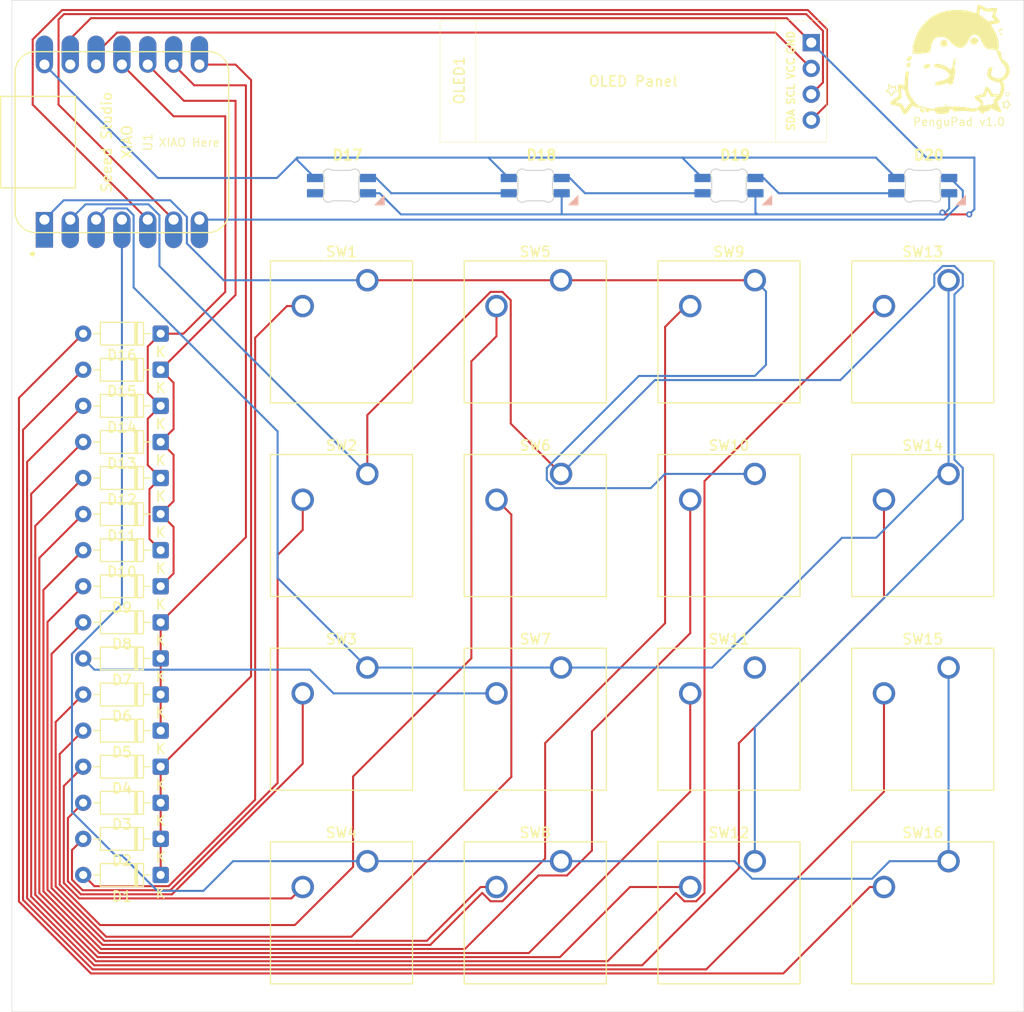
<source format=kicad_pcb>
(kicad_pcb (version 20241229) (generator "pcbnew") (generator_version "9.0")
  (layers (0 "F.Cu" jumper) (2 "B.Cu" signal) (13 "F.Paste" user) (15 "B.Paste" user) (5 "F.SilkS" user "F.Silkscreen") (7 "B.SilkS" user "B.Silkscreen") (1 "F.Mask" user) (3 "B.Mask" user) (25 "Edge.Cuts" user))
  (net 0 "")
  (net 1 "Net-(D1-A)")
  (net 2 "ROW01")
  (net 3 "Net-(D2-A)")
  (net 4 "Net-(D3-A)")
  (net 5 "Net-(D4-A)")
  (net 6 "ROW02")
  (net 7 "Net-(D5-A)")
  (net 8 "Net-(D6-A)")
  (net 9 "Net-(D7-A)")
  (net 10 "Net-(D8-A)")
  (net 11 "Net-(D9-A)")
  (net 12 "ROW03")
  (net 13 "ROW04")
  (net 14 "Net-(D10-A)")
  (net 15 "Net-(D11-A)")
  (net 16 "Net-(D12-A)")
  (net 17 "Net-(D13-A)")
  (net 18 "Net-(D14-A)")
  (net 19 "Net-(D15-A)")
  (net 20 "Net-(D16-A)")
  (net 22 "GND")
  (net 23 "Net-(D17-DIN)")
  (net 24 "+5V")
  (net 25 "Net-(D18-DIN)")
  (net 26 "Net-(D19-DIN)")
  (net 27 "LED")
  (net 28 "Net-(OLED1-SDA)")
  (net 29 "Net-(OLED1-SCL)")
  (net 30 "Net-(OLED1-VCC)")
  (net 31 "COL01")
  (net 32 "COL02")
  (net 33 "COL03")
  (net 34 "COL04")
  (footprint "LOGO" (layer "F.Cu") (at 155.956 19.812)
    (property "Reference" "G*" (hide yes))
    (property "Value" "LOGO" (hide yes))
  )
  (footprint "Button_Switch_Keyboard:SW_Cherry_MX_1.00u_PCB" (layer "F.Cu") (at 135.89 99.695)
    (property "Reference" "SW12")
    (property "Value" "SW_Push")
  )
  (footprint "Diode_THT:D_DO-35_SOD27_P7.62mm_Horizontal" (layer "F.Cu") (at 77.47 86.85 180)
    (property "Reference" "D5")
    (property "Value" "1N4148")
  )
  (footprint "Button_Switch_Keyboard:SW_Cherry_MX_1.00u_PCB" (layer "F.Cu") (at 97.79 80.645)
    (property "Reference" "SW3")
    (property "Value" "SW_Push")
  )
  (footprint "Diode_THT:D_DO-35_SOD27_P7.62mm_Horizontal" (layer "F.Cu") (at 77.47 65.55 180)
    (property "Reference" "D11")
    (property "Value" "1N4148")
  )
  (footprint "Button_Switch_Keyboard:SW_Cherry_MX_1.00u_PCB" (layer "F.Cu") (at 97.79 99.695)
    (property "Reference" "SW4")
    (property "Value" "SW_Push")
  )
  (footprint "Button_Switch_Keyboard:SW_Cherry_MX_1.00u_PCB" (layer "F.Cu") (at 97.79 42.545)
    (property "Reference" "SW1")
    (property "Value" "SW_Push")
  )
  (footprint "Button_Switch_Keyboard:SW_Cherry_MX_1.00u_PCB" (layer "F.Cu") (at 135.89 42.545)
    (property "Reference" "SW9")
    (property "Value" "SW_Push")
  )
  (footprint "Button_Switch_Keyboard:SW_Cherry_MX_1.00u_PCB" (layer "F.Cu") (at 154.94 42.545)
    (property "Reference" "SW13")
    (property "Value" "SW_Push")
  )
  (footprint "Button_Switch_Keyboard:SW_Cherry_MX_1.00u_PCB" (layer "F.Cu") (at 154.94 61.595)
    (property "Reference" "SW14")
    (property "Value" "SW_Push")
  )
  (footprint "Button_Switch_Keyboard:SW_Cherry_MX_1.00u_PCB" (layer "F.Cu") (at 116.84 99.695)
    (property "Reference" "SW8")
    (property "Value" "SW_Push")
  )
  (footprint "Diode_THT:D_DO-35_SOD27_P7.62mm_Horizontal" (layer "F.Cu") (at 77.47 76.2 180)
    (property "Reference" "D8")
    (property "Value" "1N4148")
  )
  (footprint "Diode_THT:D_DO-35_SOD27_P7.62mm_Horizontal" (layer "F.Cu") (at 77.47 58.45 180)
    (property "Reference" "D13")
    (property "Value" "1N4148")
  )
  (footprint "Diode_THT:D_DO-35_SOD27_P7.62mm_Horizontal" (layer "F.Cu") (at 77.47 62 180)
    (property "Reference" "D12")
    (property "Value" "1N4148")
  )
  (footprint "Diode_THT:D_DO-35_SOD27_P7.62mm_Horizontal" (layer "F.Cu") (at 77.47 90.4 180)
    (property "Reference" "D4")
    (property "Value" "1N4148")
  )
  (footprint "Diode_THT:D_DO-35_SOD27_P7.62mm_Horizontal" (layer "F.Cu") (at 77.47 69.1 180)
    (property "Reference" "D10")
    (property "Value" "1N4148")
  )
  (footprint "Button_Switch_Keyboard:SW_Cherry_MX_1.00u_PCB" (layer "F.Cu") (at 135.89 61.595)
    (property "Reference" "SW10")
    (property "Value" "SW_Push")
  )
  (footprint "Diode_THT:D_DO-35_SOD27_P7.62mm_Horizontal" (layer "F.Cu") (at 77.47 97.5 180)
    (property "Reference" "D2")
    (property "Value" "1N4148")
  )
  (footprint "KiCAD Care Package:XIAO-Generic-Hybrid-14P-2.54-21X17.8MM" (layer "F.Cu") (at 73.66 28.956 90)
    (property "Reference" "U1")
    (property "Value" "MOUDLE-SEEEDUINO-XIAO" (hide yes))
  )
  (footprint "Diode_THT:D_DO-35_SOD27_P7.62mm_Horizontal" (layer "F.Cu") (at 77.47 54.9 180)
    (property "Reference" "D14")
    (property "Value" "1N4148")
  )
  (footprint "Button_Switch_Keyboard:SW_Cherry_MX_1.00u_PCB" (layer "F.Cu") (at 116.84 61.595)
    (property "Reference" "SW6")
    (property "Value" "SW_Push")
  )
  (footprint "SSD1306-0.91-OLED-4pin-128x32:SSD1306-0.91-OLED-4pin-128x32" (layer "F.Cu") (at 104.94 16.975)
    (property "Reference" "OLED1")
    (property "Value" "~")
  )
  (footprint "Button_Switch_Keyboard:SW_Cherry_MX_1.00u_PCB" (layer "F.Cu") (at 135.89 80.645)
    (property "Reference" "SW11")
    (property "Value" "SW_Push")
  )
  (footprint "Diode_THT:D_DO-35_SOD27_P7.62mm_Horizontal" (layer "F.Cu") (at 77.47 47.8 180)
    (property "Reference" "D16")
    (property "Value" "1N4148")
  )
  (footprint "Diode_THT:D_DO-35_SOD27_P7.62mm_Horizontal" (layer "F.Cu") (at 77.47 79.75 180)
    (property "Reference" "D7")
    (property "Value" "1N4148")
  )
  (footprint "Diode_THT:D_DO-35_SOD27_P7.62mm_Horizontal" (layer "F.Cu") (at 77.47 83.3 180)
    (property "Reference" "D6")
    (property "Value" "1N4148")
  )
  (footprint "KiCAD Care Package:SK6812MINI-E_fixed" (layer "F.Cu") (at 133.35 33.3375)
    (property "Reference" "D19")
    (property "Value" "SK6812MINI-E")
    (fp_line (start -1.699998 0.6) (end -1.699998 -0.805684) (stroke (width 0.1)) (layer "Edge.Cuts"))
    (fp_line (start -0.794451 -1.602841) (end 0.794454 -1.602841) (stroke (width 0.1)) (layer "Edge.Cuts"))
    (fp_line (start 0.794453 1.397158) (end -0.794451 1.397158) (stroke (width 0.1)) (layer "Edge.Cuts"))
    (fp_line (start 1.7 -0.805684) (end 1.7 0.6) (stroke (width 0.1)) (layer "Edge.Cuts"))
    (fp_arc (start -1.749483 -1.022562) (mid -1.712526 -0.91691) (end -1.699998 -0.805684) (stroke (width 0.1)) (layer "Edge.Cuts"))
    (fp_arc (start -1.749483 -1.022562) (mid -1.63807 -1.606877) (end -1.04671 -1.671141) (stroke (width 0.1)) (layer "Edge.Cuts"))
    (fp_arc (start -1.699998 0.600001) (mid -1.712526 0.711226) (end -1.749483 0.816878) (stroke (width 0.1)) (layer "Edge.Cuts"))
    (fp_arc (start -1.04671 1.465455) (mid -1.638069 1.401192) (end -1.749483 0.816878) (stroke (width 0.1)) (layer "Edge.Cuts"))
    (fp_arc (start -1.046709 1.465457) (mid -0.925121 1.414535) (end -0.794451 1.397158) (stroke (width 0.1)) (layer "Edge.Cuts"))
    (fp_arc (start -0.794452 -1.602842) (mid -0.925122 -1.620219) (end -1.04671 -1.671141) (stroke (width 0.1)) (layer "Edge.Cuts"))
    (fp_arc (start 0.794453 1.397158) (mid 0.925124 1.414535) (end 1.046712 1.465457) (stroke (width 0.1)) (layer "Edge.Cuts"))
    (fp_arc (start 1.046712 -1.67114) (mid 0.925124 -1.620218) (end 0.794454 -1.602841) (stroke (width 0.1)) (layer "Edge.Cuts"))
    (fp_arc (start 1.046712 -1.67114) (mid 1.638072 -1.606876) (end 1.749485 -1.022562) (stroke (width 0.1)) (layer "Edge.Cuts"))
    (fp_arc (start 1.7 -0.805685) (mid 1.712528 -0.91691) (end 1.749485 -1.022562) (stroke (width 0.1)) (layer "Edge.Cuts"))
    (fp_arc (start 1.749485 0.816877) (mid 1.638073 1.401193) (end 1.046712 1.465457) (stroke (width 0.1)) (layer "Edge.Cuts"))
    (fp_arc (start 1.749485 0.816878) (mid 1.712528 0.711226) (end 1.7 0.6) (stroke (width 0.1)) (layer "Edge.Cuts"))
  )
  (footprint "Button_Switch_Keyboard:SW_Cherry_MX_1.00u_PCB" (layer "F.Cu") (at 154.94 80.645)
    (property "Reference" "SW15")
    (property "Value" "SW_Push")
  )
  (footprint "KiCAD Care Package:SK6812MINI-E_fixed" (layer "F.Cu") (at 152.4 33.3375)
    (property "Reference" "D20")
    (property "Value" "SK6812MINI-E")
    (fp_line (start -1.699998 0.6) (end -1.699998 -0.805684) (stroke (width 0.1)) (layer "Edge.Cuts"))
    (fp_line (start -0.794451 -1.602841) (end 0.794454 -1.602841) (stroke (width 0.1)) (layer "Edge.Cuts"))
    (fp_line (start 0.794453 1.397158) (end -0.794451 1.397158) (stroke (width 0.1)) (layer "Edge.Cuts"))
    (fp_line (start 1.7 -0.805684) (end 1.7 0.6) (stroke (width 0.1)) (layer "Edge.Cuts"))
    (fp_arc (start -1.749483 -1.022562) (mid -1.712526 -0.91691) (end -1.699998 -0.805684) (stroke (width 0.1)) (layer "Edge.Cuts"))
    (fp_arc (start -1.749483 -1.022562) (mid -1.63807 -1.606877) (end -1.04671 -1.671141) (stroke (width 0.1)) (layer "Edge.Cuts"))
    (fp_arc (start -1.699998 0.600001) (mid -1.712526 0.711226) (end -1.749483 0.816878) (stroke (width 0.1)) (layer "Edge.Cuts"))
    (fp_arc (start -1.04671 1.465455) (mid -1.638069 1.401192) (end -1.749483 0.816878) (stroke (width 0.1)) (layer "Edge.Cuts"))
    (fp_arc (start -1.046709 1.465457) (mid -0.925121 1.414535) (end -0.794451 1.397158) (stroke (width 0.1)) (layer "Edge.Cuts"))
    (fp_arc (start -0.794452 -1.602842) (mid -0.925122 -1.620219) (end -1.04671 -1.671141) (stroke (width 0.1)) (layer "Edge.Cuts"))
    (fp_arc (start 0.794453 1.397158) (mid 0.925124 1.414535) (end 1.046712 1.465457) (stroke (width 0.1)) (layer "Edge.Cuts"))
    (fp_arc (start 1.046712 -1.67114) (mid 0.925124 -1.620218) (end 0.794454 -1.602841) (stroke (width 0.1)) (layer "Edge.Cuts"))
    (fp_arc (start 1.046712 -1.67114) (mid 1.638072 -1.606876) (end 1.749485 -1.022562) (stroke (width 0.1)) (layer "Edge.Cuts"))
    (fp_arc (start 1.7 -0.805685) (mid 1.712528 -0.91691) (end 1.749485 -1.022562) (stroke (width 0.1)) (layer "Edge.Cuts"))
    (fp_arc (start 1.749485 0.816877) (mid 1.638073 1.401193) (end 1.046712 1.465457) (stroke (width 0.1)) (layer "Edge.Cuts"))
    (fp_arc (start 1.749485 0.816878) (mid 1.712528 0.711226) (end 1.7 0.6) (stroke (width 0.1)) (layer "Edge.Cuts"))
  )
  (footprint "Button_Switch_Keyboard:SW_Cherry_MX_1.00u_PCB" (layer "F.Cu") (at 116.84 42.545)
    (property "Reference" "SW5")
    (property "Value" "SW_Push")
  )
  (footprint "Diode_THT:D_DO-35_SOD27_P7.62mm_Horizontal" (layer "F.Cu") (at 77.47 93.95 180)
    (property "Reference" "D3")
    (property "Value" "1N4148")
  )
  (footprint "Diode_THT:D_DO-35_SOD27_P7.62mm_Horizontal" (layer "F.Cu") (at 77.47 72.65 180)
    (property "Reference" "D9")
    (property "Value" "1N4148")
  )
  (footprint "Button_Switch_Keyboard:SW_Cherry_MX_1.00u_PCB" (layer "F.Cu") (at 116.84 80.645)
    (property "Reference" "SW7")
    (property "Value" "SW_Push")
  )
  (footprint "Diode_THT:D_DO-35_SOD27_P7.62mm_Horizontal" (layer "F.Cu") (at 77.47 51.35 180)
    (property "Reference" "D15")
    (property "Value" "1N4148")
  )
  (footprint "KiCAD Care Package:SK6812MINI-E_fixed" (layer "F.Cu") (at 114.3 33.3375)
    (property "Reference" "D18")
    (property "Value" "SK6812MINI-E")
    (fp_line (start -1.699998 0.6) (end -1.699998 -0.805684) (stroke (width 0.1)) (layer "Edge.Cuts"))
    (fp_line (start -0.794451 -1.602841) (end 0.794454 -1.602841) (stroke (width 0.1)) (layer "Edge.Cuts"))
    (fp_line (start 0.794453 1.397158) (end -0.794451 1.397158) (stroke (width 0.1)) (layer "Edge.Cuts"))
    (fp_line (start 1.7 -0.805684) (end 1.7 0.6) (stroke (width 0.1)) (layer "Edge.Cuts"))
    (fp_arc (start -1.749483 -1.022562) (mid -1.712526 -0.91691) (end -1.699998 -0.805684) (stroke (width 0.1)) (layer "Edge.Cuts"))
    (fp_arc (start -1.749483 -1.022562) (mid -1.63807 -1.606877) (end -1.04671 -1.671141) (stroke (width 0.1)) (layer "Edge.Cuts"))
    (fp_arc (start -1.699998 0.600001) (mid -1.712526 0.711226) (end -1.749483 0.816878) (stroke (width 0.1)) (layer "Edge.Cuts"))
    (fp_arc (start -1.04671 1.465455) (mid -1.638069 1.401192) (end -1.749483 0.816878) (stroke (width 0.1)) (layer "Edge.Cuts"))
    (fp_arc (start -1.046709 1.465457) (mid -0.925121 1.414535) (end -0.794451 1.397158) (stroke (width 0.1)) (layer "Edge.Cuts"))
    (fp_arc (start -0.794452 -1.602842) (mid -0.925122 -1.620219) (end -1.04671 -1.671141) (stroke (width 0.1)) (layer "Edge.Cuts"))
    (fp_arc (start 0.794453 1.397158) (mid 0.925124 1.414535) (end 1.046712 1.465457) (stroke (width 0.1)) (layer "Edge.Cuts"))
    (fp_arc (start 1.046712 -1.67114) (mid 0.925124 -1.620218) (end 0.794454 -1.602841) (stroke (width 0.1)) (layer "Edge.Cuts"))
    (fp_arc (start 1.046712 -1.67114) (mid 1.638072 -1.606876) (end 1.749485 -1.022562) (stroke (width 0.1)) (layer "Edge.Cuts"))
    (fp_arc (start 1.7 -0.805685) (mid 1.712528 -0.91691) (end 1.749485 -1.022562) (stroke (width 0.1)) (layer "Edge.Cuts"))
    (fp_arc (start 1.749485 0.816877) (mid 1.638073 1.401193) (end 1.046712 1.465457) (stroke (width 0.1)) (layer "Edge.Cuts"))
    (fp_arc (start 1.749485 0.816878) (mid 1.712528 0.711226) (end 1.7 0.6) (stroke (width 0.1)) (layer "Edge.Cuts"))
  )
  (footprint "Button_Switch_Keyboard:SW_Cherry_MX_1.00u_PCB" (layer "F.Cu") (at 97.79 61.595)
    (property "Reference" "SW2")
    (property "Value" "SW_Push")
  )
  (footprint "Diode_THT:D_DO-35_SOD27_P7.62mm_Horizontal" (layer "F.Cu") (at 77.47 101.05 180)
    (property "Reference" "D1")
    (property "Value" "1N4148")
  )
  (footprint "KiCAD Care Package:SK6812MINI-E_fixed" (layer "F.Cu") (at 95.25 33.3375)
    (property "Reference" "D17")
    (property "Value" "SK6812MINI-E")
    (fp_line (start -1.699998 0.6) (end -1.699998 -0.805684) (stroke (width 0.1)) (layer "Edge.Cuts"))
    (fp_line (start -0.794451 -1.602841) (end 0.794454 -1.602841) (stroke (width 0.1)) (layer "Edge.Cuts"))
    (fp_line (start 0.794453 1.397158) (end -0.794451 1.397158) (stroke (width 0.1)) (layer "Edge.Cuts"))
    (fp_line (start 1.7 -0.805684) (end 1.7 0.6) (stroke (width 0.1)) (layer "Edge.Cuts"))
    (fp_arc (start -1.749483 -1.022562) (mid -1.712526 -0.91691) (end -1.699998 -0.805684) (stroke (width 0.1)) (layer "Edge.Cuts"))
    (fp_arc (start -1.749483 -1.022562) (mid -1.63807 -1.606877) (end -1.04671 -1.671141) (stroke (width 0.1)) (layer "Edge.Cuts"))
    (fp_arc (start -1.699998 0.600001) (mid -1.712526 0.711226) (end -1.749483 0.816878) (stroke (width 0.1)) (layer "Edge.Cuts"))
    (fp_arc (start -1.04671 1.465455) (mid -1.638069 1.401192) (end -1.749483 0.816878) (stroke (width 0.1)) (layer "Edge.Cuts"))
    (fp_arc (start -1.046709 1.465457) (mid -0.925121 1.414535) (end -0.794451 1.397158) (stroke (width 0.1)) (layer "Edge.Cuts"))
    (fp_arc (start -0.794452 -1.602842) (mid -0.925122 -1.620219) (end -1.04671 -1.671141) (stroke (width 0.1)) (layer "Edge.Cuts"))
    (fp_arc (start 0.794453 1.397158) (mid 0.925124 1.414535) (end 1.046712 1.465457) (stroke (width 0.1)) (layer "Edge.Cuts"))
    (fp_arc (start 1.046712 -1.67114) (mid 0.925124 -1.620218) (end 0.794454 -1.602841) (stroke (width 0.1)) (layer "Edge.Cuts"))
    (fp_arc (start 1.046712 -1.67114) (mid 1.638072 -1.606876) (end 1.749485 -1.022562) (stroke (width 0.1)) (layer "Edge.Cuts"))
    (fp_arc (start 1.7 -0.805685) (mid 1.712528 -0.91691) (end 1.749485 -1.022562) (stroke (width 0.1)) (layer "Edge.Cuts"))
    (fp_arc (start 1.749485 0.816877) (mid 1.638073 1.401193) (end 1.046712 1.465457) (stroke (width 0.1)) (layer "Edge.Cuts"))
    (fp_arc (start 1.749485 0.816878) (mid 1.712528 0.711226) (end 1.7 0.6) (stroke (width 0.1)) (layer "Edge.Cuts"))
  )
  (footprint "Button_Switch_Keyboard:SW_Cherry_MX_1.00u_PCB" (layer "F.Cu") (at 154.94 99.695)
    (property "Reference" "SW16")
    (property "Value" "SW_Push")
  )
  (gr_rect (start 62.84 15) (end 162.34 114.5) (stroke (width 0.05)) (fill no) (layer "Edge.Cuts"))
  (gr_text "XIAO Here" (at 77.216 29.464 0) (layer "F.SilkS") (effects (font (size 0.8 0.8) (thickness 0.1)) (justify left bottom)))
  (gr_text "PenguPad v1.0" (at 151.384 27.432 0) (layer "F.SilkS") (effects (font (size 0.8 0.8) (thickness 0.1)) (justify left bottom)))
  (segment (start 86.761 93.64516) (end 78.25516 102.151) (width 0.2) (layer "F.Cu") (net 1))
  (segment (start 91.44 45.085) (end 89.884366 45.085) (width 0.2) (layer "F.Cu") (net 1))
  (segment (start 86.761 48.208366) (end 86.761 93.64516) (width 0.2) (layer "F.Cu") (net 1))
  (segment (start 70.951 102.151) (end 69.85 101.05) (width 0.2) (layer "F.Cu") (net 1))
  (segment (start 89.884366 45.085) (end 86.761 48.208366) (width 0.2) (layer "F.Cu") (net 1))
  (segment (start 78.25516 102.151) (end 70.951 102.151) (width 0.2) (layer "F.Cu") (net 1))
  (segment (start 86.36 22.855) (end 84.836 21.331) (width 0.2) (layer "F.Cu") (net 2))
  (segment (start 77.47 97.5) (end 77.47 93.95) (width 0.2) (layer "F.Cu") (net 2))
  (segment (start 84.836 21.331) (end 81.28 21.331) (width 0.2) (layer "F.Cu") (net 2))
  (segment (start 77.47 101.05) (end 77.47 97.5) (width 0.2) (layer "F.Cu") (net 2))
  (segment (start 86.36 81.51) (end 86.36 22.855) (width 0.2) (layer "F.Cu") (net 2))
  (segment (start 77.47 90.4) (end 86.36 81.51) (width 0.2) (layer "F.Cu") (net 2))
  (segment (start 77.47 93.95) (end 77.47 90.4) (width 0.2) (layer "F.Cu") (net 2))
  (segment (start 88.969 92.00426) (end 88.969 69.57447) (width 0.2) (layer "F.Cu") (net 3))
  (segment (start 88.969 69.57447) (end 91.44 67.10347) (width 0.2) (layer "F.Cu") (net 3))
  (segment (start 68.749 101.50605) (end 69.79495 102.552) (width 0.2) (layer "F.Cu") (net 3))
  (segment (start 68.749 98.601) (end 68.749 101.50605) (width 0.2) (layer "F.Cu") (net 3))
  (segment (start 69.79495 102.552) (end 78.42126 102.552) (width 0.2) (layer "F.Cu") (net 3))
  (segment (start 91.44 67.10347) (end 91.44 64.135) (width 0.2) (layer "F.Cu") (net 3))
  (segment (start 69.85 97.5) (end 68.749 98.601) (width 0.2) (layer "F.Cu") (net 3))
  (segment (start 78.42126 102.552) (end 88.969 92.00426) (width 0.2) (layer "F.Cu") (net 3))
  (segment (start 69.62885 102.953) (end 78.58736 102.953) (width 0.2) (layer "F.Cu") (net 4))
  (segment (start 91.44 90.10036) (end 91.44 83.185) (width 0.2) (layer "F.Cu") (net 4))
  (segment (start 69.85 93.95) (end 68.348 95.452) (width 0.2) (layer "F.Cu") (net 4))
  (segment (start 68.348 95.452) (end 68.348 101.67215) (width 0.2) (layer "F.Cu") (net 4))
  (segment (start 68.348 101.67215) (end 69.62885 102.953) (width 0.2) (layer "F.Cu") (net 4))
  (segment (start 78.58736 102.953) (end 91.44 90.10036) (width 0.2) (layer "F.Cu") (net 4))
  (segment (start 90.321 103.354) (end 91.44 102.235) (width 0.2) (layer "F.Cu") (net 5))
  (segment (start 67.947 92.303) (end 67.947 101.83825) (width 0.2) (layer "F.Cu") (net 5))
  (segment (start 69.85 90.4) (end 67.947 92.303) (width 0.2) (layer "F.Cu") (net 5))
  (segment (start 69.46275 103.354) (end 90.321 103.354) (width 0.2) (layer "F.Cu") (net 5))
  (segment (start 67.947 101.83825) (end 69.46275 103.354) (width 0.2) (layer "F.Cu") (net 5))
  (segment (start 77.47 76.2) (end 85.852 67.818) (width 0.2) (layer "F.Cu") (net 6))
  (segment (start 77.47 79.75) (end 77.47 76.2) (width 0.2) (layer "F.Cu") (net 6))
  (segment (start 77.47 83.3) (end 77.47 79.75) (width 0.2) (layer "F.Cu") (net 6))
  (segment (start 77.47 86.85) (end 77.47 83.3) (width 0.2) (layer "F.Cu") (net 6))
  (segment (start 80.777 23.368) (end 78.74 21.331) (width 0.2) (layer "F.Cu") (net 6))
  (segment (start 85.852 67.818) (end 85.852 23.368) (width 0.2) (layer "F.Cu") (net 6))
  (segment (start 85.852 23.368) (end 80.777 23.368) (width 0.2) (layer "F.Cu") (net 6))
  (segment (start 110.49 48.05347) (end 110.49 45.085) (width 0.2) (layer "F.Cu") (net 7))
  (segment (start 108.019 79.73447) (end 108.019 50.52447) (width 0.2) (layer "F.Cu") (net 7))
  (segment (start 90.66747 105.976) (end 96.389 100.25447) (width 0.2) (layer "F.Cu") (net 7))
  (segment (start 67.546 89.154) (end 67.546 102.00435) (width 0.2) (layer "F.Cu") (net 7))
  (segment (start 67.546 102.00435) (end 71.51765 105.976) (width 0.2) (layer "F.Cu") (net 7))
  (segment (start 71.51765 105.976) (end 90.66747 105.976) (width 0.2) (layer "F.Cu") (net 7))
  (segment (start 96.389 91.36447) (end 108.019 79.73447) (width 0.2) (layer "F.Cu") (net 7))
  (segment (start 108.019 50.52447) (end 110.49 48.05347) (width 0.2) (layer "F.Cu") (net 7))
  (segment (start 69.85 86.85) (end 67.546 89.154) (width 0.2) (layer "F.Cu") (net 7))
  (segment (start 96.389 100.25447) (end 96.389 91.36447) (width 0.2) (layer "F.Cu") (net 7))
  (segment (start 67.145 86.005) (end 67.145 102.17045) (width 0.2) (layer "F.Cu") (net 8))
  (segment (start 111.949 65.594) (end 110.49 64.135) (width 0.2) (layer "F.Cu") (net 8))
  (segment (start 111.949 91.400816) (end 111.949 65.594) (width 0.2) (layer "F.Cu") (net 8))
  (segment (start 67.145 102.17045) (end 72.10055 107.126) (width 0.2) (layer "F.Cu") (net 8))
  (segment (start 69.85 83.3) (end 67.145 86.005) (width 0.2) (layer "F.Cu") (net 8))
  (segment (start 72.10055 107.126) (end 96.223816 107.126) (width 0.2) (layer "F.Cu") (net 8))
  (segment (start 96.223816 107.126) (end 111.949 91.400816) (width 0.2) (layer "F.Cu") (net 8))
  (segment (start 110.49 83.185) (end 94.465184 83.185) (width 0.2) (layer "B.Cu") (net 9))
  (segment (start 92.131184 80.851) (end 70.951 80.851) (width 0.2) (layer "B.Cu") (net 9))
  (segment (start 94.465184 83.185) (end 92.131184 80.851) (width 0.2) (layer "B.Cu") (net 9))
  (segment (start 70.951 80.851) (end 69.85 79.75) (width 0.2) (layer "B.Cu") (net 9))
  (segment (start 71.93445 107.527) (end 103.642366 107.527) (width 0.2) (layer "F.Cu") (net 10))
  (segment (start 66.744 79.306) (end 66.744 102.33655) (width 0.2) (layer "F.Cu") (net 10))
  (segment (start 103.642366 107.527) (end 108.934366 102.235) (width 0.2) (layer "F.Cu") (net 10))
  (segment (start 66.744 102.33655) (end 71.93445 107.527) (width 0.2) (layer "F.Cu") (net 10))
  (segment (start 69.85 76.2) (end 66.744 79.306) (width 0.2) (layer "F.Cu") (net 10))
  (segment (start 108.934366 102.235) (end 110.49 102.235) (width 0.2) (layer "F.Cu") (net 10))
  (segment (start 111.070314 103.636) (end 115.273816 99.432498) (width 0.2) (layer "F.Cu") (net 11))
  (segment (start 127.069 47.12753) (end 129.11153 45.085) (width 0.2) (layer "F.Cu") (net 11))
  (segment (start 115.273816 88.076) (end 127.069 76.280816) (width 0.2) (layer "F.Cu") (net 11))
  (segment (start 71.76835 107.928) (end 103.976314 107.928) (width 0.2) (layer "F.Cu") (net 11))
  (segment (start 109.089 102.815314) (end 109.909686 103.636) (width 0.2) (layer "F.Cu") (net 11))
  (segment (start 66.343 102.50265) (end 71.76835 107.928) (width 0.2) (layer "F.Cu") (net 11))
  (segment (start 129.11153 45.085) (end 129.54 45.085) (width 0.2) (layer "F.Cu") (net 11))
  (segment (start 66.343 76.157) (end 66.343 102.50265) (width 0.2) (layer "F.Cu") (net 11))
  (segment (start 109.909686 103.636) (end 111.070314 103.636) (width 0.2) (layer "F.Cu") (net 11))
  (segment (start 115.273816 99.432498) (end 115.273816 88.076) (width 0.2) (layer "F.Cu") (net 11))
  (segment (start 69.85 72.65) (end 66.343 76.157) (width 0.2) (layer "F.Cu") (net 11))
  (segment (start 103.976314 107.928) (end 109.089 102.815314) (width 0.2) (layer "F.Cu") (net 11))
  (segment (start 127.069 76.280816) (end 127.069 47.12753) (width 0.2) (layer "F.Cu") (net 11))
  (segment (start 77.47 65.55) (end 78.74 64.28) (width 0.2) (layer "F.Cu") (net 12))
  (segment (start 77.47 58.45) (end 78.74 57.18) (width 0.2) (layer "F.Cu") (net 12))
  (segment (start 84.836 24.892) (end 79.761 24.892) (width 0.2) (layer "F.Cu") (net 12))
  (segment (start 77.47 51.35) (end 84.836 43.984) (width 0.2) (layer "F.Cu") (net 12))
  (segment (start 77.47 72.65) (end 78.74 71.38) (width 0.2) (layer "F.Cu") (net 12))
  (segment (start 78.74 57.18) (end 78.74 52.62) (width 0.2) (layer "F.Cu") (net 12))
  (segment (start 78.74 66.82) (end 77.47 65.55) (width 0.2) (layer "F.Cu") (net 12))
  (segment (start 78.74 71.38) (end 78.74 66.82) (width 0.2) (layer "F.Cu") (net 12))
  (segment (start 78.74 59.72) (end 77.47 58.45) (width 0.2) (layer "F.Cu") (net 12))
  (segment (start 79.761 24.892) (end 76.2 21.331) (width 0.2) (layer "F.Cu") (net 12))
  (segment (start 78.74 52.62) (end 77.47 51.35) (width 0.2) (layer "F.Cu") (net 12))
  (segment (start 84.836 43.984) (end 84.836 24.892) (width 0.2) (layer "F.Cu") (net 12))
  (segment (start 78.74 64.28) (end 78.74 59.72) (width 0.2) (layer "F.Cu") (net 12))
  (segment (start 76.2 56.17) (end 76.2 60.73) (width 0.2) (layer "F.Cu") (net 13))
  (segment (start 77.47 47.8) (end 76.2 49.07) (width 0.2) (layer "F.Cu") (net 13))
  (segment (start 77.47 62) (end 76.369 63.101) (width 0.2) (layer "F.Cu") (net 13))
  (segment (start 76.2 53.63) (end 77.47 54.9) (width 0.2) (layer "F.Cu") (net 13))
  (segment (start 77.47 47.8) (end 79.708 47.8) (width 0.2) (layer "F.Cu") (net 13))
  (segment (start 83.82 26.416) (end 78.745 26.416) (width 0.2) (layer "F.Cu") (net 13))
  (segment (start 76.2 60.73) (end 77.47 62) (width 0.2) (layer "F.Cu") (net 13))
  (segment (start 83.82 43.688) (end 83.82 26.416) (width 0.2) (layer "F.Cu") (net 13))
  (segment (start 76.369 67.999) (end 77.47 69.1) (width 0.2) (layer "F.Cu") (net 13))
  (segment (start 78.745 26.416) (end 73.66 21.331) (width 0.2) (layer "F.Cu") (net 13))
  (segment (start 77.47 54.9) (end 76.2 56.17) (width 0.2) (layer "F.Cu") (net 13))
  (segment (start 76.2 49.07) (end 76.2 53.63) (width 0.2) (layer "F.Cu") (net 13))
  (segment (start 76.369 63.101) (end 76.369 67.999) (width 0.2) (layer "F.Cu") (net 13))
  (segment (start 79.708 47.8) (end 83.82 43.688) (width 0.2) (layer "F.Cu") (net 13))
  (segment (start 117.420314 101.096) (end 119.87747 98.638844) (width 0.2) (layer "F.Cu") (net 14))
  (segment (start 107.385314 108.329) (end 114.618314 101.096) (width 0.2) (layer "F.Cu") (net 14))
  (segment (start 71.60225 108.329) (end 107.385314 108.329) (width 0.2) (layer "F.Cu") (net 14))
  (segment (start 65.942 102.66875) (end 71.60225 108.329) (width 0.2) (layer "F.Cu") (net 14))
  (segment (start 65.942 73.008) (end 65.942 102.66875) (width 0.2) (layer "F.Cu") (net 14))
  (segment (start 114.618314 101.096) (end 117.420314 101.096) (width 0.2) (layer "F.Cu") (net 14))
  (segment (start 69.85 69.1) (end 65.942 73.008) (width 0.2) (layer "F.Cu") (net 14))
  (segment (start 129.54 77.26347) (end 129.54 64.135) (width 0.2) (layer "F.Cu") (net 14))
  (segment (start 119.87747 98.638844) (end 119.87747 86.926) (width 0.2) (layer "F.Cu") (net 14))
  (segment (start 119.87747 86.926) (end 129.54 77.26347) (width 0.2) (layer "F.Cu") (net 14))
  (segment (start 113.669816 108.73) (end 129.54 92.859816) (width 0.2) (layer "F.Cu") (net 15))
  (segment (start 71.43615 108.73) (end 113.669816 108.73) (width 0.2) (layer "F.Cu") (net 15))
  (segment (start 65.541 69.859) (end 65.541 102.83485) (width 0.2) (layer "F.Cu") (net 15))
  (segment (start 129.54 92.859816) (end 129.54 83.185) (width 0.2) (layer "F.Cu") (net 15))
  (segment (start 65.541 102.83485) (end 71.43615 108.73) (width 0.2) (layer "F.Cu") (net 15))
  (segment (start 69.85 65.55) (end 65.541 69.859) (width 0.2) (layer "F.Cu") (net 15))
  (segment (start 69.85 62) (end 65.14 66.71) (width 0.2) (layer "F.Cu") (net 16))
  (segment (start 123.61847 102.235) (end 129.54 102.235) (width 0.2) (layer "F.Cu") (net 16))
  (segment (start 71.27005 109.131) (end 116.72247 109.131) (width 0.2) (layer "F.Cu") (net 16))
  (segment (start 65.14 66.71) (end 65.14 103.00095) (width 0.2) (layer "F.Cu") (net 16))
  (segment (start 65.14 103.00095) (end 71.27005 109.131) (width 0.2) (layer "F.Cu") (net 16))
  (segment (start 116.72247 109.131) (end 123.61847 102.235) (width 0.2) (layer "F.Cu") (net 16))
  (segment (start 71.10395 109.532) (end 121.422314 109.532) (width 0.2) (layer "F.Cu") (net 17))
  (segment (start 130.941 62.30553) (end 148.16153 45.085) (width 0.2) (layer "F.Cu") (net 17))
  (segment (start 69.85 58.45) (end 64.739 63.561) (width 0.2) (layer "F.Cu") (net 17))
  (segment (start 130.941 102.815314) (end 130.941 62.30553) (width 0.2) (layer "F.Cu") (net 17))
  (segment (start 148.16153 45.085) (end 148.59 45.085) (width 0.2) (layer "F.Cu") (net 17))
  (segment (start 128.959686 103.636) (end 130.120314 103.636) (width 0.2) (layer "F.Cu") (net 17))
  (segment (start 64.739 63.561) (end 64.739 103.16705) (width 0.2) (layer "F.Cu") (net 17))
  (segment (start 130.120314 103.636) (end 130.941 102.815314) (width 0.2) (layer "F.Cu") (net 17))
  (segment (start 64.739 103.16705) (end 71.10395 109.532) (width 0.2) (layer "F.Cu") (net 17))
  (segment (start 128.139 102.815314) (end 128.959686 103.636) (width 0.2) (layer "F.Cu") (net 17))
  (segment (start 121.422314 109.532) (end 128.139 102.815314) (width 0.2) (layer "F.Cu") (net 17))
  (segment (start 134.323816 100.419654) (end 134.323816 88.076) (width 0.2) (layer "F.Cu") (net 18))
  (segment (start 124.81047 109.933) (end 134.323816 100.419654) (width 0.2) (layer "F.Cu") (net 18))
  (segment (start 70.93785 109.933) (end 124.81047 109.933) (width 0.2) (layer "F.Cu") (net 18))
  (segment (start 69.85 54.9) (end 64.338 60.412) (width 0.2) (layer "F.Cu") (net 18))
  (segment (start 64.338 60.412) (end 64.338 103.33315) (width 0.2) (layer "F.Cu") (net 18))
  (segment (start 148.59 73.809816) (end 148.59 64.135) (width 0.2) (layer "F.Cu") (net 18))
  (segment (start 64.338 103.33315) (end 70.93785 109.933) (width 0.2) (layer "F.Cu") (net 18))
  (segment (start 134.323816 88.076) (end 148.59 73.809816) (width 0.2) (layer "F.Cu") (net 18))
  (segment (start 69.85 51.35) (end 63.937 57.263) (width 0.2) (layer "F.Cu") (net 19))
  (segment (start 131.115816 110.334) (end 148.59 92.859816) (width 0.2) (layer "F.Cu") (net 19))
  (segment (start 70.77175 110.334) (end 131.115816 110.334) (width 0.2) (layer "F.Cu") (net 19))
  (segment (start 63.937 57.263) (end 63.937 103.49925) (width 0.2) (layer "F.Cu") (net 19))
  (segment (start 63.937 103.49925) (end 70.77175 110.334) (width 0.2) (layer "F.Cu") (net 19))
  (segment (start 148.59 92.859816) (end 148.59 83.185) (width 0.2) (layer "F.Cu") (net 19))
  (segment (start 138.693 110.735) (end 147.193 102.235) (width 0.2) (layer "F.Cu") (net 20))
  (segment (start 63.536 54.114) (end 63.536 103.66535) (width 0.2) (layer "F.Cu") (net 20))
  (segment (start 70.60565 110.735) (end 138.693 110.735) (width 0.2) (layer "F.Cu") (net 20))
  (segment (start 63.536 103.66535) (end 70.60565 110.735) (width 0.2) (layer "F.Cu") (net 20))
  (segment (start 147.193 102.235) (end 148.59 102.235) (width 0.2) (layer "F.Cu") (net 20))
  (segment (start 69.85 47.8) (end 63.536 54.114) (width 0.2) (layer "F.Cu") (net 20))
  (segment (start 139.039 16.764) (end 70.612 16.764) (width 0.2) (layer "F.Cu") (net 22))
  (segment (start 156.972 36.068) (end 154.519 36.068) (width 0.2) (layer "F.Cu") (net 22))
  (segment (start 70.612 16.764) (end 68.58 18.796) (width 0.2) (layer "F.Cu") (net 22))
  (segment (start 154.519 36.068) (end 154.334785 35.883785) (width 0.2) (layer "F.Cu") (net 22))
  (segment (start 68.58 18.796) (end 68.58 21.331) (width 0.2) (layer "F.Cu") (net 22))
  (segment (start 141.44 19.165) (end 139.039 16.764) (width 0.2) (layer "F.Cu") (net 22))
  (via (at 154.334785 35.883785) (size 0.6) (drill 0.3) (layers "F.Cu" "B.Cu") (net 22))
  (via (at 156.972 36.068) (size 0.6) (drill 0.3) (layers "F.Cu" "B.Cu") (net 22))
  (segment (start 101.092 36.068) (end 99.008658 33.984658) (width 0.2) (layer "B.Cu") (net 22))
  (segment (start 116.84 36.068) (end 136.144 36.068) (width 0.2) (layer "B.Cu") (net 22))
  (segment (start 135.950001 35.874001) (end 136.144 36.068) (width 0.2) (layer "B.Cu") (net 22))
  (segment (start 99.008658 33.984658) (end 97.850001 33.984658) (width 0.2) (layer "B.Cu") (net 22))
  (segment (start 154.432 36.068) (end 155.000001 35.499999) (width 0.2) (layer "B.Cu") (net 22))
  (segment (start 152.755 30.48) (end 157.48 30.48) (width 0.2) (layer "B.Cu") (net 22))
  (segment (start 135.950001 33.984658) (end 135.950001 35.874001) (width 0.2) (layer "B.Cu") (net 22))
  (segment (start 155.000001 35.499999) (end 155.000001 33.984658) (width 0.2) (layer "B.Cu") (net 22))
  (segment (start 136.144 36.068) (end 154.432 36.068) (width 0.2) (layer "B.Cu") (net 22))
  (segment (start 157.48 35.56) (end 156.972 36.068) (width 0.2) (layer "B.Cu") (net 22))
  (segment (start 101.092 36.068) (end 116.84 36.068) (width 0.2) (layer "B.Cu") (net 22))
  (segment (start 141.44 19.165) (end 152.755 30.48) (width 0.2) (layer "B.Cu") (net 22))
  (segment (start 116.900001 36.007999) (end 116.84 36.068) (width 0.2) (layer "B.Cu") (net 22))
  (segment (start 157.48 30.48) (end 157.48 35.56) (width 0.2) (layer "B.Cu") (net 22))
  (segment (start 116.900001 33.984658) (end 116.900001 36.007999) (width 0.2) (layer "B.Cu") (net 22))
  (segment (start 98.650001 32.484658) (end 100.150001 33.984658) (width 0.2) (layer "B.Cu") (net 23))
  (segment (start 97.850001 32.484658) (end 98.650001 32.484658) (width 0.2) (layer "B.Cu") (net 23))
  (segment (start 100.150001 33.984658) (end 111.700001 33.984658) (width 0.2) (layer "B.Cu") (net 23))
  (segment (start 77.193658 32.484658) (end 66.04 21.331) (width 0.2) (layer "B.Cu") (net 24))
  (segment (start 90.904658 30.48) (end 88.9 32.484658) (width 0.2) (layer "B.Cu") (net 24))
  (segment (start 109.728 30.48) (end 109.728 30.512657) (width 0.2) (layer "B.Cu") (net 24))
  (segment (start 90.904658 30.739315) (end 92.650001 32.484658) (width 0.2) (layer "B.Cu") (net 24))
  (segment (start 88.9 32.484658) (end 77.193658 32.484658) (width 0.2) (layer "B.Cu") (net 24))
  (segment (start 130.750001 32.484658) (end 128.745343 30.48) (width 0.2) (layer "B.Cu") (net 24))
  (segment (start 109.728 30.48) (end 90.904658 30.48) (width 0.2) (layer "B.Cu") (net 24))
  (segment (start 149.800001 32.484658) (end 147.828 30.512657) (width 0.2) (layer "B.Cu") (net 24))
  (segment (start 147.828 30.512657) (end 147.828 30.48) (width 0.2) (layer "B.Cu") (net 24))
  (segment (start 109.728 30.512657) (end 111.700001 32.484658) (width 0.2) (layer "B.Cu") (net 24))
  (segment (start 128.745343 30.48) (end 109.728 30.48) (width 0.2) (layer "B.Cu") (net 24))
  (segment (start 90.904658 30.48) (end 90.904658 30.739315) (width 0.2) (layer "B.Cu") (net 24))
  (segment (start 147.828 30.48) (end 128.745343 30.48) (width 0.2) (layer "B.Cu") (net 24))
  (segment (start 116.900001 32.484658) (end 117.700001 32.484658) (width 0.2) (layer "B.Cu") (net 25))
  (segment (start 117.700001 32.484658) (end 119.200001 33.984658) (width 0.2) (layer "B.Cu") (net 25))
  (segment (start 119.200001 33.984658) (end 130.750001 33.984658) (width 0.2) (layer "B.Cu") (net 25))
  (segment (start 135.950001 32.484658) (end 136.750001 32.484658) (width 0.2) (layer "B.Cu") (net 26))
  (segment (start 138.250001 33.984658) (end 149.800001 33.984658) (width 0.2) (layer "B.Cu") (net 26))
  (segment (start 136.750001 32.484658) (end 138.250001 33.984658) (width 0.2) (layer "B.Cu") (net 26))
  (segment (start 156.341 33.735743) (end 156.341 34.7261) (width 0.2) (layer "B.Cu") (net 27))
  (segment (start 155.089915 32.484658) (end 156.341 33.735743) (width 0.2) (layer "B.Cu") (net 27))
  (segment (start 156.341 34.7261) (end 154.4861 36.581) (width 0.2) (layer "B.Cu") (net 27))
  (segment (start 155.000001 32.484658) (end 155.089915 32.484658) (width 0.2) (layer "B.Cu") (net 27))
  (segment (start 154.4861 36.581) (end 81.28 36.581) (width 0.2) (layer "B.Cu") (net 27))
  (segment (start 142.992 17.8479) (end 141.1061 15.962) (width 0.2) (layer "F.Cu") (net 28))
  (segment (start 142.992 25.233) (end 142.992 17.8479) (width 0.2) (layer "F.Cu") (net 28))
  (segment (start 64.889 18.85424) (end 64.889 25.27) (width 0.2) (layer "F.Cu") (net 28))
  (segment (start 64.889 25.27) (end 76.2 36.581) (width 0.2) (layer "F.Cu") (net 28))
  (segment (start 141.1061 15.962) (end 67.78124 15.962) (width 0.2) (layer "F.Cu") (net 28))
  (segment (start 67.78124 15.962) (end 64.889 18.85424) (width 0.2) (layer "F.Cu") (net 28))
  (segment (start 141.44 26.785) (end 142.992 25.233) (width 0.2) (layer "F.Cu") (net 28))
  (segment (start 67.965 16.363) (end 67.429 16.899) (width 0.2) (layer "F.Cu") (net 29))
  (segment (start 140.94 16.363) (end 67.965 16.363) (width 0.2) (layer "F.Cu") (net 29))
  (segment (start 141.44 24.245) (end 142.591 23.094) (width 0.2) (layer "F.Cu") (net 29))
  (segment (start 67.429 25.27) (end 78.74 36.581) (width 0.2) (layer "F.Cu") (net 29))
  (segment (start 142.591 23.094) (end 142.591 18.014) (width 0.2) (layer "F.Cu") (net 29))
  (segment (start 67.429 16.899) (end 67.429 25.27) (width 0.2) (layer "F.Cu") (net 29))
  (segment (start 142.591 18.014) (end 140.94 16.363) (width 0.2) (layer "F.Cu") (net 29))
  (segment (start 137.915 18.18) (end 73.18324 18.18) (width 0.2) (layer "F.Cu") (net 30))
  (segment (start 73.18324 18.18) (end 71.12 20.24324) (width 0.2) (layer "F.Cu") (net 30))
  (segment (start 141.44 21.705) (end 137.915 18.18) (width 0.2) (layer "F.Cu") (net 30))
  (segment (start 71.12 20.24324) (end 71.12 21.331) (width 0.2) (layer "F.Cu") (net 30))
  (segment (start 116.84 42.545) (end 97.79 42.545) (width 0.2) (layer "F.Cu") (net 31))
  (segment (start 116.84 42.545) (end 135.89 42.545) (width 0.2) (layer "F.Cu") (net 31))
  (segment (start 125.657414 62.996) (end 127.058414 61.595) (width 0.2) (layer "B.Cu") (net 31))
  (segment (start 115.439 62.175314) (end 116.259686 62.996) (width 0.2) (layer "B.Cu") (net 31))
  (segment (start 124.492272 51.961414) (end 115.439 61.014686) (width 0.2) (layer "B.Cu") (net 31))
  (segment (start 67.943 34.678) (end 78.41476 34.678) (width 0.2) (layer "B.Cu") (net 31))
  (segment (start 136.989999 50.861415) (end 135.89 51.961414) (width 0.2) (layer "B.Cu") (net 31))
  (segment (start 66.04 36.581) (end 67.943 34.678) (width 0.2) (layer "B.Cu") (net 31))
  (segment (start 115.439 61.014686) (end 115.439 62.175314) (width 0.2) (layer "B.Cu") (net 31))
  (segment (start 78.41476 34.678) (end 80.048157 36.311397) (width 0.2) (layer "B.Cu") (net 31))
  (segment (start 135.89 42.545) (end 136.989999 43.644999) (width 0.2) (layer "B.Cu") (net 31))
  (segment (start 80.048157 38.926917) (end 83.66624 42.545) (width 0.2) (layer "B.Cu") (net 31))
  (segment (start 83.66624 42.545) (end 97.79 42.545) (width 0.2) (layer "B.Cu") (net 31))
  (segment (start 135.89 51.961414) (end 124.492272 51.961414) (width 0.2) (layer "B.Cu") (net 31))
  (segment (start 116.259686 62.996) (end 125.657414 62.996) (width 0.2) (layer "B.Cu") (net 31))
  (segment (start 127.058414 61.595) (end 135.89 61.595) (width 0.2) (layer "B.Cu") (net 31))
  (segment (start 136.989999 43.644999) (end 136.989999 50.861415) (width 0.2) (layer "B.Cu") (net 31))
  (segment (start 80.048157 36.311397) (end 80.048157 38.926917) (width 0.2) (layer "B.Cu") (net 31))
  (segment (start 111.891 56.646) (end 116.84 61.595) (width 0.2) (layer "F.Cu") (net 32))
  (segment (start 97.79 55.803686) (end 109.909686 43.684) (width 0.2) (layer "F.Cu") (net 32))
  (segment (start 97.79 61.595) (end 97.79 55.803686) (width 0.2) (layer "F.Cu") (net 32))
  (segment (start 109.909686 43.684) (end 111.070314 43.684) (width 0.2) (layer "F.Cu") (net 32))
  (segment (start 111.891 44.504686) (end 111.891 56.646) (width 0.2) (layer "F.Cu") (net 32))
  (segment (start 111.070314 43.684) (end 111.891 44.504686) (width 0.2) (layer "F.Cu") (net 32))
  (segment (start 77.351 41.156) (end 97.79 61.595) (width 0.2) (layer "B.Cu") (net 32))
  (segment (start 153.539 43.125314) (end 153.539 41.964686) (width 0.2) (layer "B.Cu") (net 32))
  (segment (start 156.341 41.964686) (end 156.341 43.125314) (width 0.2) (layer "B.Cu") (net 32))
  (segment (start 154.359686 41.144) (end 155.520314 41.144) (width 0.2) (layer "B.Cu") (net 32))
  (segment (start 77.351 36.15424) (end 77.351 41.156) (width 0.2) (layer "B.Cu") (net 32))
  (segment (start 76.27576 35.079) (end 77.351 36.15424) (width 0.2) (layer "B.Cu") (net 32))
  (segment (start 155.520314 43.946) (end 155.520314 60.194) (width 0.2) (layer "B.Cu") (net 32))
  (segment (start 156.341 66.058816) (end 135.89 86.509816) (width 0.2) (layer "B.Cu") (net 32))
  (segment (start 155.520314 60.194) (end 156.341 61.014686) (width 0.2) (layer "B.Cu") (net 32))
  (segment (start 135.89 86.509816) (end 135.89 99.695) (width 0.2) (layer "B.Cu") (net 32))
  (segment (start 126.072586 52.362414) (end 144.3019 52.362414) (width 0.2) (layer "B.Cu") (net 32))
  (segment (start 70.082 35.079) (end 76.27576 35.079) (width 0.2) (layer "B.Cu") (net 32))
  (segment (start 153.539 41.964686) (end 154.359686 41.144) (width 0.2) (layer "B.Cu") (net 32))
  (segment (start 144.3019 52.362414) (end 153.539 43.125314) (width 0.2) (layer "B.Cu") (net 32))
  (segment (start 155.520314 41.144) (end 156.341 41.964686) (width 0.2) (layer "B.Cu") (net 32))
  (segment (start 156.341 61.014686) (end 156.341 66.058816) (width 0.2) (layer "B.Cu") (net 32))
  (segment (start 156.341 43.125314) (end 155.520314 43.946) (width 0.2) (layer "B.Cu") (net 32))
  (segment (start 116.84 61.595) (end 126.072586 52.362414) (width 0.2) (layer "B.Cu") (net 32))
  (segment (start 68.58 36.581) (end 70.082 35.079) (width 0.2) (layer "B.Cu") (net 32))
  (segment (start 74.811 43.25484) (end 88.969 57.41284) (width 0.2) (layer "B.Cu") (net 33))
  (segment (start 71.12 36.581) (end 72.221 35.48) (width 0.2) (layer "B.Cu") (net 33))
  (segment (start 154.09847 61.595) (end 154.94 61.595) (width 0.2) (layer "B.Cu") (net 33))
  (segment (start 116.84 80.645) (end 131.699 80.645) (width 0.2) (layer "B.Cu") (net 33))
  (segment (start 131.699 80.645) (end 144.468 67.876) (width 0.2) (layer "B.Cu") (net 33))
  (segment (start 97.79 80.645) (end 116.84 80.645) (width 0.2) (layer "B.Cu") (net 33))
  (segment (start 144.468 67.876) (end 147.81747 67.876) (width 0.2) (layer "B.Cu") (net 33))
  (segment (start 72.221 35.48) (end 74.13676 35.48) (width 0.2) (layer "B.Cu") (net 33))
  (segment (start 88.969 57.41284) (end 88.969 71.824) (width 0.2) (layer "B.Cu") (net 33))
  (segment (start 88.969 71.824) (end 97.79 80.645) (width 0.2) (layer "B.Cu") (net 33))
  (segment (start 147.81747 67.876) (end 154.09847 61.595) (width 0.2) (layer "B.Cu") (net 33))
  (segment (start 154.94 61.595) (end 154.94 42.545) (width 0.2) (layer "B.Cu") (net 33))
  (segment (start 74.13676 35.48) (end 74.811 36.15424) (width 0.2) (layer "B.Cu") (net 33))
  (segment (start 74.811 36.15424) (end 74.811 43.25484) (width 0.2) (layer "B.Cu") (net 33))
  (segment (start 149.148686 99.695) (end 154.94 99.695) (width 0.2) (layer "B.Cu") (net 34))
  (segment (start 133.908686 99.695) (end 135.636 101.422314) (width 0.2) (layer "B.Cu") (net 34))
  (segment (start 147.421372 101.422314) (end 149.148686 99.695) (width 0.2) (layer "B.Cu") (net 34))
  (segment (start 73.66 36.581) (end 73.66 74.38295) (width 0.2) (layer "B.Cu") (net 34))
  (segment (start 73.03321 99.12616) (end 73.66 99.12616) (width 0.2) (layer "B.Cu") (net 34))
  (segment (start 68.749 94.84195) (end 73.03321 99.12616) (width 0.2) (layer "B.Cu") (net 34))
  (segment (start 84.585 99.695) (end 97.79 99.695) (width 0.2) (layer "B.Cu") (net 34))
  (segment (start 68.749 79.29395) (end 68.749 94.84195) (width 0.2) (layer "B.Cu") (net 34))
  (segment (start 81.664 102.616) (end 84.585 99.695) (width 0.2) (layer "B.Cu") (net 34))
  (segment (start 73.66 74.38295) (end 68.749 79.29395) (width 0.2) (layer "B.Cu") (net 34))
  (segment (start 135.636 101.422314) (end 147.421372 101.422314) (width 0.2) (layer "B.Cu") (net 34))
  (segment (start 116.84 99.695) (end 133.908686 99.695) (width 0.2) (layer "B.Cu") (net 34))
  (segment (start 97.79 99.695) (end 116.84 99.695) (width 0.2) (layer "B.Cu") (net 34))
  (segment (start 154.94 99.695) (end 154.94 80.645) (width 0.2) (layer "B.Cu") (net 34))
  (segment (start 77.14984 102.616) (end 81.664 102.616) (width 0.2) (layer "B.Cu") (net 34))
  (segment (start 73.66 99.12616) (end 77.14984 102.616) (width 0.2) (layer "B.Cu") (net 34))
)
</source>
